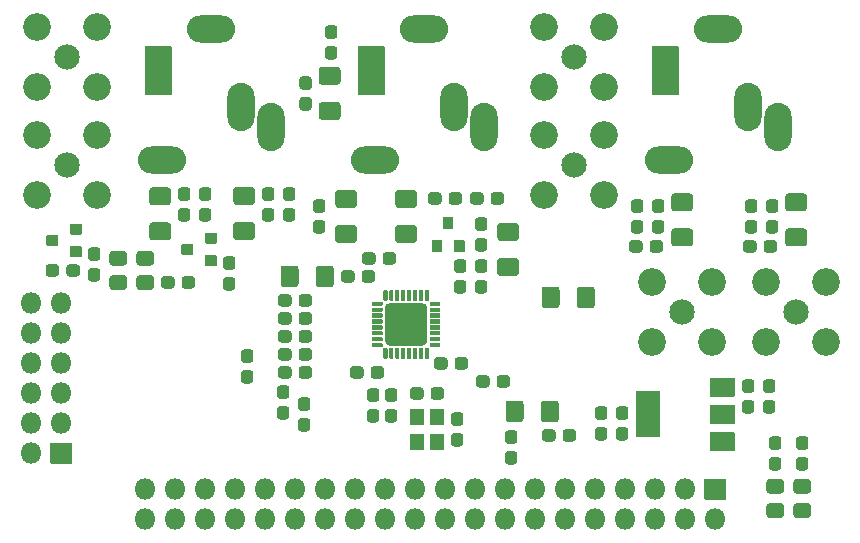
<source format=gts>
G04 #@! TF.GenerationSoftware,KiCad,Pcbnew,(5.1.9)-1*
G04 #@! TF.CreationDate,2021-12-15T22:24:27+01:00*
G04 #@! TF.ProjectId,AudioCodecModule_ADAU1761,41756469-6f43-46f6-9465-634d6f64756c,rev?*
G04 #@! TF.SameCoordinates,Original*
G04 #@! TF.FileFunction,Soldermask,Top*
G04 #@! TF.FilePolarity,Negative*
%FSLAX46Y46*%
G04 Gerber Fmt 4.6, Leading zero omitted, Abs format (unit mm)*
G04 Created by KiCad (PCBNEW (5.1.9)-1) date 2021-12-15 22:24:27*
%MOMM*%
%LPD*%
G01*
G04 APERTURE LIST*
%ADD10C,2.350000*%
%ADD11C,2.150000*%
%ADD12O,4.100000X2.300000*%
%ADD13O,2.300000X4.100000*%
%ADD14O,1.800000X1.800000*%
G04 APERTURE END LIST*
D10*
X196342000Y-82296000D03*
X196342000Y-77216000D03*
X201422000Y-77216000D03*
X201422000Y-82296000D03*
D11*
X198882000Y-79756000D03*
G36*
G01*
X166742500Y-61514000D02*
X167267500Y-61514000D01*
G75*
G02*
X167530000Y-61776500I0J-262500D01*
G01*
X167530000Y-62401500D01*
G75*
G02*
X167267500Y-62664000I-262500J0D01*
G01*
X166742500Y-62664000D01*
G75*
G02*
X166480000Y-62401500I0J262500D01*
G01*
X166480000Y-61776500D01*
G75*
G02*
X166742500Y-61514000I262500J0D01*
G01*
G37*
G36*
G01*
X166742500Y-59764000D02*
X167267500Y-59764000D01*
G75*
G02*
X167530000Y-60026500I0J-262500D01*
G01*
X167530000Y-60651500D01*
G75*
G02*
X167267500Y-60914000I-262500J0D01*
G01*
X166742500Y-60914000D01*
G75*
G02*
X166480000Y-60651500I0J262500D01*
G01*
X166480000Y-60026500D01*
G75*
G02*
X166742500Y-59764000I262500J0D01*
G01*
G37*
G36*
G01*
X169426500Y-56596000D02*
X168901500Y-56596000D01*
G75*
G02*
X168639000Y-56333500I0J262500D01*
G01*
X168639000Y-55708500D01*
G75*
G02*
X168901500Y-55446000I262500J0D01*
G01*
X169426500Y-55446000D01*
G75*
G02*
X169689000Y-55708500I0J-262500D01*
G01*
X169689000Y-56333500D01*
G75*
G02*
X169426500Y-56596000I-262500J0D01*
G01*
G37*
G36*
G01*
X169426500Y-58346000D02*
X168901500Y-58346000D01*
G75*
G02*
X168639000Y-58083500I0J262500D01*
G01*
X168639000Y-57458500D01*
G75*
G02*
X168901500Y-57196000I262500J0D01*
G01*
X169426500Y-57196000D01*
G75*
G02*
X169689000Y-57458500I0J-262500D01*
G01*
X169689000Y-58083500D01*
G75*
G02*
X169426500Y-58346000I-262500J0D01*
G01*
G37*
G36*
G01*
X168379543Y-61939000D02*
X169694457Y-61939000D01*
G75*
G02*
X169962000Y-62206543I0J-267543D01*
G01*
X169962000Y-63196457D01*
G75*
G02*
X169694457Y-63464000I-267543J0D01*
G01*
X168379543Y-63464000D01*
G75*
G02*
X168112000Y-63196457I0J267543D01*
G01*
X168112000Y-62206543D01*
G75*
G02*
X168379543Y-61939000I267543J0D01*
G01*
G37*
G36*
G01*
X168379543Y-58964000D02*
X169694457Y-58964000D01*
G75*
G02*
X169962000Y-59231543I0J-267543D01*
G01*
X169962000Y-60221457D01*
G75*
G02*
X169694457Y-60489000I-267543J0D01*
G01*
X168379543Y-60489000D01*
G75*
G02*
X168112000Y-60221457I0J267543D01*
G01*
X168112000Y-59231543D01*
G75*
G02*
X168379543Y-58964000I267543J0D01*
G01*
G37*
D12*
X177066000Y-55790000D03*
D13*
X182066000Y-64090000D03*
X179566000Y-62390000D03*
D12*
X172866000Y-66890000D03*
G36*
G01*
X171466000Y-57240000D02*
X173666000Y-57240000D01*
G75*
G02*
X173716000Y-57290000I0J-50000D01*
G01*
X173716000Y-61290000D01*
G75*
G02*
X173666000Y-61340000I-50000J0D01*
G01*
X171466000Y-61340000D01*
G75*
G02*
X171416000Y-61290000I0J50000D01*
G01*
X171416000Y-57290000D01*
G75*
G02*
X171466000Y-57240000I50000J0D01*
G01*
G37*
G36*
G01*
X203336000Y-89942000D02*
X203336000Y-91442000D01*
G75*
G02*
X203286000Y-91492000I-50000J0D01*
G01*
X201286000Y-91492000D01*
G75*
G02*
X201236000Y-91442000I0J50000D01*
G01*
X201236000Y-89942000D01*
G75*
G02*
X201286000Y-89892000I50000J0D01*
G01*
X203286000Y-89892000D01*
G75*
G02*
X203336000Y-89942000I0J-50000D01*
G01*
G37*
G36*
G01*
X203336000Y-85342000D02*
X203336000Y-86842000D01*
G75*
G02*
X203286000Y-86892000I-50000J0D01*
G01*
X201286000Y-86892000D01*
G75*
G02*
X201236000Y-86842000I0J50000D01*
G01*
X201236000Y-85342000D01*
G75*
G02*
X201286000Y-85292000I50000J0D01*
G01*
X203286000Y-85292000D01*
G75*
G02*
X203336000Y-85342000I0J-50000D01*
G01*
G37*
G36*
G01*
X203336000Y-87642000D02*
X203336000Y-89142000D01*
G75*
G02*
X203286000Y-89192000I-50000J0D01*
G01*
X201286000Y-89192000D01*
G75*
G02*
X201236000Y-89142000I0J50000D01*
G01*
X201236000Y-87642000D01*
G75*
G02*
X201286000Y-87592000I50000J0D01*
G01*
X203286000Y-87592000D01*
G75*
G02*
X203336000Y-87642000I0J-50000D01*
G01*
G37*
G36*
G01*
X197036000Y-86492000D02*
X197036000Y-90292000D01*
G75*
G02*
X196986000Y-90342000I-50000J0D01*
G01*
X194986000Y-90342000D01*
G75*
G02*
X194936000Y-90292000I0J50000D01*
G01*
X194936000Y-86492000D01*
G75*
G02*
X194986000Y-86442000I50000J0D01*
G01*
X196986000Y-86442000D01*
G75*
G02*
X197036000Y-86492000I0J-50000D01*
G01*
G37*
G36*
G01*
X155910000Y-76953500D02*
X155910000Y-77478500D01*
G75*
G02*
X155647500Y-77741000I-262500J0D01*
G01*
X155022500Y-77741000D01*
G75*
G02*
X154760000Y-77478500I0J262500D01*
G01*
X154760000Y-76953500D01*
G75*
G02*
X155022500Y-76691000I262500J0D01*
G01*
X155647500Y-76691000D01*
G75*
G02*
X155910000Y-76953500I0J-262500D01*
G01*
G37*
G36*
G01*
X157660000Y-76953500D02*
X157660000Y-77478500D01*
G75*
G02*
X157397500Y-77741000I-262500J0D01*
G01*
X156772500Y-77741000D01*
G75*
G02*
X156510000Y-77478500I0J262500D01*
G01*
X156510000Y-76953500D01*
G75*
G02*
X156772500Y-76691000I262500J0D01*
G01*
X157397500Y-76691000D01*
G75*
G02*
X157660000Y-76953500I0J-262500D01*
G01*
G37*
G36*
G01*
X188168000Y-89907500D02*
X188168000Y-90432500D01*
G75*
G02*
X187905500Y-90695000I-262500J0D01*
G01*
X187280500Y-90695000D01*
G75*
G02*
X187018000Y-90432500I0J262500D01*
G01*
X187018000Y-89907500D01*
G75*
G02*
X187280500Y-89645000I262500J0D01*
G01*
X187905500Y-89645000D01*
G75*
G02*
X188168000Y-89907500I0J-262500D01*
G01*
G37*
G36*
G01*
X189918000Y-89907500D02*
X189918000Y-90432500D01*
G75*
G02*
X189655500Y-90695000I-262500J0D01*
G01*
X189030500Y-90695000D01*
G75*
G02*
X188768000Y-90432500I0J262500D01*
G01*
X188768000Y-89907500D01*
G75*
G02*
X189030500Y-89645000I262500J0D01*
G01*
X189655500Y-89645000D01*
G75*
G02*
X189918000Y-89907500I0J-262500D01*
G01*
G37*
G36*
G01*
X160265500Y-76754000D02*
X160790500Y-76754000D01*
G75*
G02*
X161053000Y-77016500I0J-262500D01*
G01*
X161053000Y-77641500D01*
G75*
G02*
X160790500Y-77904000I-262500J0D01*
G01*
X160265500Y-77904000D01*
G75*
G02*
X160003000Y-77641500I0J262500D01*
G01*
X160003000Y-77016500D01*
G75*
G02*
X160265500Y-76754000I262500J0D01*
G01*
G37*
G36*
G01*
X160265500Y-75004000D02*
X160790500Y-75004000D01*
G75*
G02*
X161053000Y-75266500I0J-262500D01*
G01*
X161053000Y-75891500D01*
G75*
G02*
X160790500Y-76154000I-262500J0D01*
G01*
X160265500Y-76154000D01*
G75*
G02*
X160003000Y-75891500I0J262500D01*
G01*
X160003000Y-75266500D01*
G75*
G02*
X160265500Y-75004000I262500J0D01*
G01*
G37*
G36*
G01*
X146745000Y-76462500D02*
X146745000Y-75937500D01*
G75*
G02*
X147007500Y-75675000I262500J0D01*
G01*
X147632500Y-75675000D01*
G75*
G02*
X147895000Y-75937500I0J-262500D01*
G01*
X147895000Y-76462500D01*
G75*
G02*
X147632500Y-76725000I-262500J0D01*
G01*
X147007500Y-76725000D01*
G75*
G02*
X146745000Y-76462500I0J262500D01*
G01*
G37*
G36*
G01*
X144995000Y-76462500D02*
X144995000Y-75937500D01*
G75*
G02*
X145257500Y-75675000I262500J0D01*
G01*
X145882500Y-75675000D01*
G75*
G02*
X146145000Y-75937500I0J-262500D01*
G01*
X146145000Y-76462500D01*
G75*
G02*
X145882500Y-76725000I-262500J0D01*
G01*
X145257500Y-76725000D01*
G75*
G02*
X144995000Y-76462500I0J262500D01*
G01*
G37*
G36*
G01*
X148835500Y-75992000D02*
X149360500Y-75992000D01*
G75*
G02*
X149623000Y-76254500I0J-262500D01*
G01*
X149623000Y-76879500D01*
G75*
G02*
X149360500Y-77142000I-262500J0D01*
G01*
X148835500Y-77142000D01*
G75*
G02*
X148573000Y-76879500I0J262500D01*
G01*
X148573000Y-76254500D01*
G75*
G02*
X148835500Y-75992000I262500J0D01*
G01*
G37*
G36*
G01*
X148835500Y-74242000D02*
X149360500Y-74242000D01*
G75*
G02*
X149623000Y-74504500I0J-262500D01*
G01*
X149623000Y-75129500D01*
G75*
G02*
X149360500Y-75392000I-262500J0D01*
G01*
X148835500Y-75392000D01*
G75*
G02*
X148573000Y-75129500I0J262500D01*
G01*
X148573000Y-74504500D01*
G75*
G02*
X148835500Y-74242000I262500J0D01*
G01*
G37*
G36*
G01*
X208779500Y-91994000D02*
X209304500Y-91994000D01*
G75*
G02*
X209567000Y-92256500I0J-262500D01*
G01*
X209567000Y-92881500D01*
G75*
G02*
X209304500Y-93144000I-262500J0D01*
G01*
X208779500Y-93144000D01*
G75*
G02*
X208517000Y-92881500I0J262500D01*
G01*
X208517000Y-92256500D01*
G75*
G02*
X208779500Y-91994000I262500J0D01*
G01*
G37*
G36*
G01*
X208779500Y-90244000D02*
X209304500Y-90244000D01*
G75*
G02*
X209567000Y-90506500I0J-262500D01*
G01*
X209567000Y-91131500D01*
G75*
G02*
X209304500Y-91394000I-262500J0D01*
G01*
X208779500Y-91394000D01*
G75*
G02*
X208517000Y-91131500I0J262500D01*
G01*
X208517000Y-90506500D01*
G75*
G02*
X208779500Y-90244000I262500J0D01*
G01*
G37*
G36*
G01*
X206493500Y-91994000D02*
X207018500Y-91994000D01*
G75*
G02*
X207281000Y-92256500I0J-262500D01*
G01*
X207281000Y-92881500D01*
G75*
G02*
X207018500Y-93144000I-262500J0D01*
G01*
X206493500Y-93144000D01*
G75*
G02*
X206231000Y-92881500I0J262500D01*
G01*
X206231000Y-92256500D01*
G75*
G02*
X206493500Y-91994000I262500J0D01*
G01*
G37*
G36*
G01*
X206493500Y-90244000D02*
X207018500Y-90244000D01*
G75*
G02*
X207281000Y-90506500I0J-262500D01*
G01*
X207281000Y-91131500D01*
G75*
G02*
X207018500Y-91394000I-262500J0D01*
G01*
X206493500Y-91394000D01*
G75*
G02*
X206231000Y-91131500I0J262500D01*
G01*
X206231000Y-90506500D01*
G75*
G02*
X206493500Y-90244000I262500J0D01*
G01*
G37*
G36*
G01*
X157488000Y-74022000D02*
X157488000Y-74822000D01*
G75*
G02*
X157438000Y-74872000I-50000J0D01*
G01*
X156538000Y-74872000D01*
G75*
G02*
X156488000Y-74822000I0J50000D01*
G01*
X156488000Y-74022000D01*
G75*
G02*
X156538000Y-73972000I50000J0D01*
G01*
X157438000Y-73972000D01*
G75*
G02*
X157488000Y-74022000I0J-50000D01*
G01*
G37*
G36*
G01*
X159488000Y-73072000D02*
X159488000Y-73872000D01*
G75*
G02*
X159438000Y-73922000I-50000J0D01*
G01*
X158538000Y-73922000D01*
G75*
G02*
X158488000Y-73872000I0J50000D01*
G01*
X158488000Y-73072000D01*
G75*
G02*
X158538000Y-73022000I50000J0D01*
G01*
X159438000Y-73022000D01*
G75*
G02*
X159488000Y-73072000I0J-50000D01*
G01*
G37*
G36*
G01*
X159488000Y-74972000D02*
X159488000Y-75772000D01*
G75*
G02*
X159438000Y-75822000I-50000J0D01*
G01*
X158538000Y-75822000D01*
G75*
G02*
X158488000Y-75772000I0J50000D01*
G01*
X158488000Y-74972000D01*
G75*
G02*
X158538000Y-74922000I50000J0D01*
G01*
X159438000Y-74922000D01*
G75*
G02*
X159488000Y-74972000I0J-50000D01*
G01*
G37*
G36*
G01*
X146058000Y-73260000D02*
X146058000Y-74060000D01*
G75*
G02*
X146008000Y-74110000I-50000J0D01*
G01*
X145108000Y-74110000D01*
G75*
G02*
X145058000Y-74060000I0J50000D01*
G01*
X145058000Y-73260000D01*
G75*
G02*
X145108000Y-73210000I50000J0D01*
G01*
X146008000Y-73210000D01*
G75*
G02*
X146058000Y-73260000I0J-50000D01*
G01*
G37*
G36*
G01*
X148058000Y-72310000D02*
X148058000Y-73110000D01*
G75*
G02*
X148008000Y-73160000I-50000J0D01*
G01*
X147108000Y-73160000D01*
G75*
G02*
X147058000Y-73110000I0J50000D01*
G01*
X147058000Y-72310000D01*
G75*
G02*
X147108000Y-72260000I50000J0D01*
G01*
X148008000Y-72260000D01*
G75*
G02*
X148058000Y-72310000I0J-50000D01*
G01*
G37*
G36*
G01*
X148058000Y-74210000D02*
X148058000Y-75010000D01*
G75*
G02*
X148008000Y-75060000I-50000J0D01*
G01*
X147108000Y-75060000D01*
G75*
G02*
X147058000Y-75010000I0J50000D01*
G01*
X147058000Y-74210000D01*
G75*
G02*
X147108000Y-74160000I50000J0D01*
G01*
X148008000Y-74160000D01*
G75*
G02*
X148058000Y-74210000I0J-50000D01*
G01*
G37*
D14*
X143764000Y-78994000D03*
X146304000Y-78994000D03*
X143764000Y-81534000D03*
X146304000Y-81534000D03*
X143764000Y-84074000D03*
X146304000Y-84074000D03*
X143764000Y-86614000D03*
X146304000Y-86614000D03*
X143764000Y-89154000D03*
X146304000Y-89154000D03*
X143764000Y-91694000D03*
G36*
G01*
X147204000Y-90844000D02*
X147204000Y-92544000D01*
G75*
G02*
X147154000Y-92594000I-50000J0D01*
G01*
X145454000Y-92594000D01*
G75*
G02*
X145404000Y-92544000I0J50000D01*
G01*
X145404000Y-90844000D01*
G75*
G02*
X145454000Y-90794000I50000J0D01*
G01*
X147154000Y-90794000D01*
G75*
G02*
X147204000Y-90844000I0J-50000D01*
G01*
G37*
G36*
G01*
X152937738Y-76600000D02*
X153894262Y-76600000D01*
G75*
G02*
X154166000Y-76871738I0J-271738D01*
G01*
X154166000Y-77578262D01*
G75*
G02*
X153894262Y-77850000I-271738J0D01*
G01*
X152937738Y-77850000D01*
G75*
G02*
X152666000Y-77578262I0J271738D01*
G01*
X152666000Y-76871738D01*
G75*
G02*
X152937738Y-76600000I271738J0D01*
G01*
G37*
G36*
G01*
X152937738Y-74550000D02*
X153894262Y-74550000D01*
G75*
G02*
X154166000Y-74821738I0J-271738D01*
G01*
X154166000Y-75528262D01*
G75*
G02*
X153894262Y-75800000I-271738J0D01*
G01*
X152937738Y-75800000D01*
G75*
G02*
X152666000Y-75528262I0J271738D01*
G01*
X152666000Y-74821738D01*
G75*
G02*
X152937738Y-74550000I271738J0D01*
G01*
G37*
G36*
G01*
X150651738Y-76600000D02*
X151608262Y-76600000D01*
G75*
G02*
X151880000Y-76871738I0J-271738D01*
G01*
X151880000Y-77578262D01*
G75*
G02*
X151608262Y-77850000I-271738J0D01*
G01*
X150651738Y-77850000D01*
G75*
G02*
X150380000Y-77578262I0J271738D01*
G01*
X150380000Y-76871738D01*
G75*
G02*
X150651738Y-76600000I271738J0D01*
G01*
G37*
G36*
G01*
X150651738Y-74550000D02*
X151608262Y-74550000D01*
G75*
G02*
X151880000Y-74821738I0J-271738D01*
G01*
X151880000Y-75528262D01*
G75*
G02*
X151608262Y-75800000I-271738J0D01*
G01*
X150651738Y-75800000D01*
G75*
G02*
X150380000Y-75528262I0J271738D01*
G01*
X150380000Y-74821738D01*
G75*
G02*
X150651738Y-74550000I271738J0D01*
G01*
G37*
G36*
G01*
X209520262Y-95104000D02*
X208563738Y-95104000D01*
G75*
G02*
X208292000Y-94832262I0J271738D01*
G01*
X208292000Y-94125738D01*
G75*
G02*
X208563738Y-93854000I271738J0D01*
G01*
X209520262Y-93854000D01*
G75*
G02*
X209792000Y-94125738I0J-271738D01*
G01*
X209792000Y-94832262D01*
G75*
G02*
X209520262Y-95104000I-271738J0D01*
G01*
G37*
G36*
G01*
X209520262Y-97154000D02*
X208563738Y-97154000D01*
G75*
G02*
X208292000Y-96882262I0J271738D01*
G01*
X208292000Y-96175738D01*
G75*
G02*
X208563738Y-95904000I271738J0D01*
G01*
X209520262Y-95904000D01*
G75*
G02*
X209792000Y-96175738I0J-271738D01*
G01*
X209792000Y-96882262D01*
G75*
G02*
X209520262Y-97154000I-271738J0D01*
G01*
G37*
G36*
G01*
X207234262Y-95104000D02*
X206277738Y-95104000D01*
G75*
G02*
X206006000Y-94832262I0J271738D01*
G01*
X206006000Y-94125738D01*
G75*
G02*
X206277738Y-93854000I271738J0D01*
G01*
X207234262Y-93854000D01*
G75*
G02*
X207506000Y-94125738I0J-271738D01*
G01*
X207506000Y-94832262D01*
G75*
G02*
X207234262Y-95104000I-271738J0D01*
G01*
G37*
G36*
G01*
X207234262Y-97154000D02*
X206277738Y-97154000D01*
G75*
G02*
X206006000Y-96882262I0J271738D01*
G01*
X206006000Y-96175738D01*
G75*
G02*
X206277738Y-95904000I271738J0D01*
G01*
X207234262Y-95904000D01*
G75*
G02*
X207506000Y-96175738I0J-271738D01*
G01*
X207506000Y-96882262D01*
G75*
G02*
X207234262Y-97154000I-271738J0D01*
G01*
G37*
G36*
G01*
X191761500Y-89454000D02*
X192286500Y-89454000D01*
G75*
G02*
X192549000Y-89716500I0J-262500D01*
G01*
X192549000Y-90341500D01*
G75*
G02*
X192286500Y-90604000I-262500J0D01*
G01*
X191761500Y-90604000D01*
G75*
G02*
X191499000Y-90341500I0J262500D01*
G01*
X191499000Y-89716500D01*
G75*
G02*
X191761500Y-89454000I262500J0D01*
G01*
G37*
G36*
G01*
X191761500Y-87704000D02*
X192286500Y-87704000D01*
G75*
G02*
X192549000Y-87966500I0J-262500D01*
G01*
X192549000Y-88591500D01*
G75*
G02*
X192286500Y-88854000I-262500J0D01*
G01*
X191761500Y-88854000D01*
G75*
G02*
X191499000Y-88591500I0J262500D01*
G01*
X191499000Y-87966500D01*
G75*
G02*
X191761500Y-87704000I262500J0D01*
G01*
G37*
G36*
G01*
X193539500Y-89454000D02*
X194064500Y-89454000D01*
G75*
G02*
X194327000Y-89716500I0J-262500D01*
G01*
X194327000Y-90341500D01*
G75*
G02*
X194064500Y-90604000I-262500J0D01*
G01*
X193539500Y-90604000D01*
G75*
G02*
X193277000Y-90341500I0J262500D01*
G01*
X193277000Y-89716500D01*
G75*
G02*
X193539500Y-89454000I262500J0D01*
G01*
G37*
G36*
G01*
X193539500Y-87704000D02*
X194064500Y-87704000D01*
G75*
G02*
X194327000Y-87966500I0J-262500D01*
G01*
X194327000Y-88591500D01*
G75*
G02*
X194064500Y-88854000I-262500J0D01*
G01*
X193539500Y-88854000D01*
G75*
G02*
X193277000Y-88591500I0J262500D01*
G01*
X193277000Y-87966500D01*
G75*
G02*
X193539500Y-87704000I262500J0D01*
G01*
G37*
G36*
G01*
X205985500Y-87168000D02*
X206510500Y-87168000D01*
G75*
G02*
X206773000Y-87430500I0J-262500D01*
G01*
X206773000Y-88055500D01*
G75*
G02*
X206510500Y-88318000I-262500J0D01*
G01*
X205985500Y-88318000D01*
G75*
G02*
X205723000Y-88055500I0J262500D01*
G01*
X205723000Y-87430500D01*
G75*
G02*
X205985500Y-87168000I262500J0D01*
G01*
G37*
G36*
G01*
X205985500Y-85418000D02*
X206510500Y-85418000D01*
G75*
G02*
X206773000Y-85680500I0J-262500D01*
G01*
X206773000Y-86305500D01*
G75*
G02*
X206510500Y-86568000I-262500J0D01*
G01*
X205985500Y-86568000D01*
G75*
G02*
X205723000Y-86305500I0J262500D01*
G01*
X205723000Y-85680500D01*
G75*
G02*
X205985500Y-85418000I262500J0D01*
G01*
G37*
G36*
G01*
X204207500Y-87168000D02*
X204732500Y-87168000D01*
G75*
G02*
X204995000Y-87430500I0J-262500D01*
G01*
X204995000Y-88055500D01*
G75*
G02*
X204732500Y-88318000I-262500J0D01*
G01*
X204207500Y-88318000D01*
G75*
G02*
X203945000Y-88055500I0J262500D01*
G01*
X203945000Y-87430500D01*
G75*
G02*
X204207500Y-87168000I262500J0D01*
G01*
G37*
G36*
G01*
X204207500Y-85418000D02*
X204732500Y-85418000D01*
G75*
G02*
X204995000Y-85680500I0J-262500D01*
G01*
X204995000Y-86305500D01*
G75*
G02*
X204732500Y-86568000I-262500J0D01*
G01*
X204207500Y-86568000D01*
G75*
G02*
X203945000Y-86305500I0J262500D01*
G01*
X203945000Y-85680500D01*
G75*
G02*
X204207500Y-85418000I262500J0D01*
G01*
G37*
G36*
G01*
X166615500Y-88692000D02*
X167140500Y-88692000D01*
G75*
G02*
X167403000Y-88954500I0J-262500D01*
G01*
X167403000Y-89579500D01*
G75*
G02*
X167140500Y-89842000I-262500J0D01*
G01*
X166615500Y-89842000D01*
G75*
G02*
X166353000Y-89579500I0J262500D01*
G01*
X166353000Y-88954500D01*
G75*
G02*
X166615500Y-88692000I262500J0D01*
G01*
G37*
G36*
G01*
X166615500Y-86942000D02*
X167140500Y-86942000D01*
G75*
G02*
X167403000Y-87204500I0J-262500D01*
G01*
X167403000Y-87829500D01*
G75*
G02*
X167140500Y-88092000I-262500J0D01*
G01*
X166615500Y-88092000D01*
G75*
G02*
X166353000Y-87829500I0J262500D01*
G01*
X166353000Y-87204500D01*
G75*
G02*
X166615500Y-86942000I262500J0D01*
G01*
G37*
G36*
G01*
X164837500Y-87676000D02*
X165362500Y-87676000D01*
G75*
G02*
X165625000Y-87938500I0J-262500D01*
G01*
X165625000Y-88563500D01*
G75*
G02*
X165362500Y-88826000I-262500J0D01*
G01*
X164837500Y-88826000D01*
G75*
G02*
X164575000Y-88563500I0J262500D01*
G01*
X164575000Y-87938500D01*
G75*
G02*
X164837500Y-87676000I262500J0D01*
G01*
G37*
G36*
G01*
X164837500Y-85926000D02*
X165362500Y-85926000D01*
G75*
G02*
X165625000Y-86188500I0J-262500D01*
G01*
X165625000Y-86813500D01*
G75*
G02*
X165362500Y-87076000I-262500J0D01*
G01*
X164837500Y-87076000D01*
G75*
G02*
X164575000Y-86813500I0J262500D01*
G01*
X164575000Y-86188500D01*
G75*
G02*
X164837500Y-85926000I262500J0D01*
G01*
G37*
G36*
G01*
X177017000Y-91412000D02*
X175917000Y-91412000D01*
G75*
G02*
X175867000Y-91362000I0J50000D01*
G01*
X175867000Y-90062000D01*
G75*
G02*
X175917000Y-90012000I50000J0D01*
G01*
X177017000Y-90012000D01*
G75*
G02*
X177067000Y-90062000I0J-50000D01*
G01*
X177067000Y-91362000D01*
G75*
G02*
X177017000Y-91412000I-50000J0D01*
G01*
G37*
G36*
G01*
X177017000Y-89312000D02*
X175917000Y-89312000D01*
G75*
G02*
X175867000Y-89262000I0J50000D01*
G01*
X175867000Y-87962000D01*
G75*
G02*
X175917000Y-87912000I50000J0D01*
G01*
X177017000Y-87912000D01*
G75*
G02*
X177067000Y-87962000I0J-50000D01*
G01*
X177067000Y-89262000D01*
G75*
G02*
X177017000Y-89312000I-50000J0D01*
G01*
G37*
G36*
G01*
X178667000Y-89312000D02*
X177567000Y-89312000D01*
G75*
G02*
X177517000Y-89262000I0J50000D01*
G01*
X177517000Y-87962000D01*
G75*
G02*
X177567000Y-87912000I50000J0D01*
G01*
X178667000Y-87912000D01*
G75*
G02*
X178717000Y-87962000I0J-50000D01*
G01*
X178717000Y-89262000D01*
G75*
G02*
X178667000Y-89312000I-50000J0D01*
G01*
G37*
G36*
G01*
X178667000Y-91412000D02*
X177567000Y-91412000D01*
G75*
G02*
X177517000Y-91362000I0J50000D01*
G01*
X177517000Y-90062000D01*
G75*
G02*
X177567000Y-90012000I50000J0D01*
G01*
X178667000Y-90012000D01*
G75*
G02*
X178717000Y-90062000I0J-50000D01*
G01*
X178717000Y-91362000D01*
G75*
G02*
X178667000Y-91412000I-50000J0D01*
G01*
G37*
G36*
G01*
X179569500Y-89962000D02*
X180094500Y-89962000D01*
G75*
G02*
X180357000Y-90224500I0J-262500D01*
G01*
X180357000Y-90849500D01*
G75*
G02*
X180094500Y-91112000I-262500J0D01*
G01*
X179569500Y-91112000D01*
G75*
G02*
X179307000Y-90849500I0J262500D01*
G01*
X179307000Y-90224500D01*
G75*
G02*
X179569500Y-89962000I262500J0D01*
G01*
G37*
G36*
G01*
X179569500Y-88212000D02*
X180094500Y-88212000D01*
G75*
G02*
X180357000Y-88474500I0J-262500D01*
G01*
X180357000Y-89099500D01*
G75*
G02*
X180094500Y-89362000I-262500J0D01*
G01*
X179569500Y-89362000D01*
G75*
G02*
X179307000Y-89099500I0J262500D01*
G01*
X179307000Y-88474500D01*
G75*
G02*
X179569500Y-88212000I262500J0D01*
G01*
G37*
G36*
G01*
X161789500Y-84628000D02*
X162314500Y-84628000D01*
G75*
G02*
X162577000Y-84890500I0J-262500D01*
G01*
X162577000Y-85515500D01*
G75*
G02*
X162314500Y-85778000I-262500J0D01*
G01*
X161789500Y-85778000D01*
G75*
G02*
X161527000Y-85515500I0J262500D01*
G01*
X161527000Y-84890500D01*
G75*
G02*
X161789500Y-84628000I262500J0D01*
G01*
G37*
G36*
G01*
X161789500Y-82878000D02*
X162314500Y-82878000D01*
G75*
G02*
X162577000Y-83140500I0J-262500D01*
G01*
X162577000Y-83765500D01*
G75*
G02*
X162314500Y-84028000I-262500J0D01*
G01*
X161789500Y-84028000D01*
G75*
G02*
X161527000Y-83765500I0J262500D01*
G01*
X161527000Y-83140500D01*
G75*
G02*
X161789500Y-82878000I262500J0D01*
G01*
G37*
G36*
G01*
X171750000Y-76970500D02*
X171750000Y-76445500D01*
G75*
G02*
X172012500Y-76183000I262500J0D01*
G01*
X172637500Y-76183000D01*
G75*
G02*
X172900000Y-76445500I0J-262500D01*
G01*
X172900000Y-76970500D01*
G75*
G02*
X172637500Y-77233000I-262500J0D01*
G01*
X172012500Y-77233000D01*
G75*
G02*
X171750000Y-76970500I0J262500D01*
G01*
G37*
G36*
G01*
X170000000Y-76970500D02*
X170000000Y-76445500D01*
G75*
G02*
X170262500Y-76183000I262500J0D01*
G01*
X170887500Y-76183000D01*
G75*
G02*
X171150000Y-76445500I0J-262500D01*
G01*
X171150000Y-76970500D01*
G75*
G02*
X170887500Y-77233000I-262500J0D01*
G01*
X170262500Y-77233000D01*
G75*
G02*
X170000000Y-76970500I0J262500D01*
G01*
G37*
G36*
G01*
X172512000Y-85098500D02*
X172512000Y-84573500D01*
G75*
G02*
X172774500Y-84311000I262500J0D01*
G01*
X173399500Y-84311000D01*
G75*
G02*
X173662000Y-84573500I0J-262500D01*
G01*
X173662000Y-85098500D01*
G75*
G02*
X173399500Y-85361000I-262500J0D01*
G01*
X172774500Y-85361000D01*
G75*
G02*
X172512000Y-85098500I0J262500D01*
G01*
G37*
G36*
G01*
X170762000Y-85098500D02*
X170762000Y-84573500D01*
G75*
G02*
X171024500Y-84311000I262500J0D01*
G01*
X171649500Y-84311000D01*
G75*
G02*
X171912000Y-84573500I0J-262500D01*
G01*
X171912000Y-85098500D01*
G75*
G02*
X171649500Y-85361000I-262500J0D01*
G01*
X171024500Y-85361000D01*
G75*
G02*
X170762000Y-85098500I0J262500D01*
G01*
G37*
G36*
G01*
X166407000Y-76050543D02*
X166407000Y-77365457D01*
G75*
G02*
X166139457Y-77633000I-267543J0D01*
G01*
X165149543Y-77633000D01*
G75*
G02*
X164882000Y-77365457I0J267543D01*
G01*
X164882000Y-76050543D01*
G75*
G02*
X165149543Y-75783000I267543J0D01*
G01*
X166139457Y-75783000D01*
G75*
G02*
X166407000Y-76050543I0J-267543D01*
G01*
G37*
G36*
G01*
X169382000Y-76050543D02*
X169382000Y-77365457D01*
G75*
G02*
X169114457Y-77633000I-267543J0D01*
G01*
X168124543Y-77633000D01*
G75*
G02*
X167857000Y-77365457I0J267543D01*
G01*
X167857000Y-76050543D01*
G75*
G02*
X168124543Y-75783000I267543J0D01*
G01*
X169114457Y-75783000D01*
G75*
G02*
X169382000Y-76050543I0J-267543D01*
G01*
G37*
G36*
G01*
X186907000Y-88795457D02*
X186907000Y-87480543D01*
G75*
G02*
X187174543Y-87213000I267543J0D01*
G01*
X188164457Y-87213000D01*
G75*
G02*
X188432000Y-87480543I0J-267543D01*
G01*
X188432000Y-88795457D01*
G75*
G02*
X188164457Y-89063000I-267543J0D01*
G01*
X187174543Y-89063000D01*
G75*
G02*
X186907000Y-88795457I0J267543D01*
G01*
G37*
G36*
G01*
X183932000Y-88795457D02*
X183932000Y-87480543D01*
G75*
G02*
X184199543Y-87213000I267543J0D01*
G01*
X185189457Y-87213000D01*
G75*
G02*
X185457000Y-87480543I0J-267543D01*
G01*
X185457000Y-88795457D01*
G75*
G02*
X185189457Y-89063000I-267543J0D01*
G01*
X184199543Y-89063000D01*
G75*
G02*
X183932000Y-88795457I0J267543D01*
G01*
G37*
G36*
G01*
X182072000Y-69841500D02*
X182072000Y-70366500D01*
G75*
G02*
X181809500Y-70629000I-262500J0D01*
G01*
X181184500Y-70629000D01*
G75*
G02*
X180922000Y-70366500I0J262500D01*
G01*
X180922000Y-69841500D01*
G75*
G02*
X181184500Y-69579000I262500J0D01*
G01*
X181809500Y-69579000D01*
G75*
G02*
X182072000Y-69841500I0J-262500D01*
G01*
G37*
G36*
G01*
X183822000Y-69841500D02*
X183822000Y-70366500D01*
G75*
G02*
X183559500Y-70629000I-262500J0D01*
G01*
X182934500Y-70629000D01*
G75*
G02*
X182672000Y-70366500I0J262500D01*
G01*
X182672000Y-69841500D01*
G75*
G02*
X182934500Y-69579000I262500J0D01*
G01*
X183559500Y-69579000D01*
G75*
G02*
X183822000Y-69841500I0J-262500D01*
G01*
G37*
G36*
G01*
X179116000Y-70366500D02*
X179116000Y-69841500D01*
G75*
G02*
X179378500Y-69579000I262500J0D01*
G01*
X180003500Y-69579000D01*
G75*
G02*
X180266000Y-69841500I0J-262500D01*
G01*
X180266000Y-70366500D01*
G75*
G02*
X180003500Y-70629000I-262500J0D01*
G01*
X179378500Y-70629000D01*
G75*
G02*
X179116000Y-70366500I0J262500D01*
G01*
G37*
G36*
G01*
X177366000Y-70366500D02*
X177366000Y-69841500D01*
G75*
G02*
X177628500Y-69579000I262500J0D01*
G01*
X178253500Y-69579000D01*
G75*
G02*
X178516000Y-69841500I0J-262500D01*
G01*
X178516000Y-70366500D01*
G75*
G02*
X178253500Y-70629000I-262500J0D01*
G01*
X177628500Y-70629000D01*
G75*
G02*
X177366000Y-70366500I0J262500D01*
G01*
G37*
G36*
G01*
X183492543Y-75147000D02*
X184807457Y-75147000D01*
G75*
G02*
X185075000Y-75414543I0J-267543D01*
G01*
X185075000Y-76404457D01*
G75*
G02*
X184807457Y-76672000I-267543J0D01*
G01*
X183492543Y-76672000D01*
G75*
G02*
X183225000Y-76404457I0J267543D01*
G01*
X183225000Y-75414543D01*
G75*
G02*
X183492543Y-75147000I267543J0D01*
G01*
G37*
G36*
G01*
X183492543Y-72172000D02*
X184807457Y-72172000D01*
G75*
G02*
X185075000Y-72439543I0J-267543D01*
G01*
X185075000Y-73429457D01*
G75*
G02*
X184807457Y-73697000I-267543J0D01*
G01*
X183492543Y-73697000D01*
G75*
G02*
X183225000Y-73429457I0J267543D01*
G01*
X183225000Y-72439543D01*
G75*
G02*
X183492543Y-72172000I267543J0D01*
G01*
G37*
G36*
G01*
X179024000Y-83811500D02*
X179024000Y-84336500D01*
G75*
G02*
X178761500Y-84599000I-262500J0D01*
G01*
X178136500Y-84599000D01*
G75*
G02*
X177874000Y-84336500I0J262500D01*
G01*
X177874000Y-83811500D01*
G75*
G02*
X178136500Y-83549000I262500J0D01*
G01*
X178761500Y-83549000D01*
G75*
G02*
X179024000Y-83811500I0J-262500D01*
G01*
G37*
G36*
G01*
X180774000Y-83811500D02*
X180774000Y-84336500D01*
G75*
G02*
X180511500Y-84599000I-262500J0D01*
G01*
X179886500Y-84599000D01*
G75*
G02*
X179624000Y-84336500I0J262500D01*
G01*
X179624000Y-83811500D01*
G75*
G02*
X179886500Y-83549000I262500J0D01*
G01*
X180511500Y-83549000D01*
G75*
G02*
X180774000Y-83811500I0J-262500D01*
G01*
G37*
G36*
G01*
X171778000Y-75446500D02*
X171778000Y-74921500D01*
G75*
G02*
X172040500Y-74659000I262500J0D01*
G01*
X172665500Y-74659000D01*
G75*
G02*
X172928000Y-74921500I0J-262500D01*
G01*
X172928000Y-75446500D01*
G75*
G02*
X172665500Y-75709000I-262500J0D01*
G01*
X172040500Y-75709000D01*
G75*
G02*
X171778000Y-75446500I0J262500D01*
G01*
G37*
G36*
G01*
X173528000Y-75446500D02*
X173528000Y-74921500D01*
G75*
G02*
X173790500Y-74659000I262500J0D01*
G01*
X174415500Y-74659000D01*
G75*
G02*
X174678000Y-74921500I0J-262500D01*
G01*
X174678000Y-75446500D01*
G75*
G02*
X174415500Y-75709000I-262500J0D01*
G01*
X173790500Y-75709000D01*
G75*
G02*
X173528000Y-75446500I0J262500D01*
G01*
G37*
G36*
G01*
X189955000Y-79143457D02*
X189955000Y-77828543D01*
G75*
G02*
X190222543Y-77561000I267543J0D01*
G01*
X191212457Y-77561000D01*
G75*
G02*
X191480000Y-77828543I0J-267543D01*
G01*
X191480000Y-79143457D01*
G75*
G02*
X191212457Y-79411000I-267543J0D01*
G01*
X190222543Y-79411000D01*
G75*
G02*
X189955000Y-79143457I0J267543D01*
G01*
G37*
G36*
G01*
X186980000Y-79143457D02*
X186980000Y-77828543D01*
G75*
G02*
X187247543Y-77561000I267543J0D01*
G01*
X188237457Y-77561000D01*
G75*
G02*
X188505000Y-77828543I0J-267543D01*
G01*
X188505000Y-79143457D01*
G75*
G02*
X188237457Y-79411000I-267543J0D01*
G01*
X187247543Y-79411000D01*
G75*
G02*
X186980000Y-79143457I0J267543D01*
G01*
G37*
G36*
G01*
X161140543Y-72099000D02*
X162455457Y-72099000D01*
G75*
G02*
X162723000Y-72366543I0J-267543D01*
G01*
X162723000Y-73356457D01*
G75*
G02*
X162455457Y-73624000I-267543J0D01*
G01*
X161140543Y-73624000D01*
G75*
G02*
X160873000Y-73356457I0J267543D01*
G01*
X160873000Y-72366543D01*
G75*
G02*
X161140543Y-72099000I267543J0D01*
G01*
G37*
G36*
G01*
X161140543Y-69124000D02*
X162455457Y-69124000D01*
G75*
G02*
X162723000Y-69391543I0J-267543D01*
G01*
X162723000Y-70381457D01*
G75*
G02*
X162455457Y-70649000I-267543J0D01*
G01*
X161140543Y-70649000D01*
G75*
G02*
X160873000Y-70381457I0J267543D01*
G01*
X160873000Y-69391543D01*
G75*
G02*
X161140543Y-69124000I267543J0D01*
G01*
G37*
G36*
G01*
X198224543Y-72643500D02*
X199539457Y-72643500D01*
G75*
G02*
X199807000Y-72911043I0J-267543D01*
G01*
X199807000Y-73900957D01*
G75*
G02*
X199539457Y-74168500I-267543J0D01*
G01*
X198224543Y-74168500D01*
G75*
G02*
X197957000Y-73900957I0J267543D01*
G01*
X197957000Y-72911043D01*
G75*
G02*
X198224543Y-72643500I267543J0D01*
G01*
G37*
G36*
G01*
X198224543Y-69668500D02*
X199539457Y-69668500D01*
G75*
G02*
X199807000Y-69936043I0J-267543D01*
G01*
X199807000Y-70925957D01*
G75*
G02*
X199539457Y-71193500I-267543J0D01*
G01*
X198224543Y-71193500D01*
G75*
G02*
X197957000Y-70925957I0J267543D01*
G01*
X197957000Y-69936043D01*
G75*
G02*
X198224543Y-69668500I267543J0D01*
G01*
G37*
G36*
G01*
X195334500Y-71328000D02*
X194809500Y-71328000D01*
G75*
G02*
X194547000Y-71065500I0J262500D01*
G01*
X194547000Y-70440500D01*
G75*
G02*
X194809500Y-70178000I262500J0D01*
G01*
X195334500Y-70178000D01*
G75*
G02*
X195597000Y-70440500I0J-262500D01*
G01*
X195597000Y-71065500D01*
G75*
G02*
X195334500Y-71328000I-262500J0D01*
G01*
G37*
G36*
G01*
X195334500Y-73078000D02*
X194809500Y-73078000D01*
G75*
G02*
X194547000Y-72815500I0J262500D01*
G01*
X194547000Y-72190500D01*
G75*
G02*
X194809500Y-71928000I262500J0D01*
G01*
X195334500Y-71928000D01*
G75*
G02*
X195597000Y-72190500I0J-262500D01*
G01*
X195597000Y-72815500D01*
G75*
G02*
X195334500Y-73078000I-262500J0D01*
G01*
G37*
G36*
G01*
X154028543Y-72135500D02*
X155343457Y-72135500D01*
G75*
G02*
X155611000Y-72403043I0J-267543D01*
G01*
X155611000Y-73392957D01*
G75*
G02*
X155343457Y-73660500I-267543J0D01*
G01*
X154028543Y-73660500D01*
G75*
G02*
X153761000Y-73392957I0J267543D01*
G01*
X153761000Y-72403043D01*
G75*
G02*
X154028543Y-72135500I267543J0D01*
G01*
G37*
G36*
G01*
X154028543Y-69160500D02*
X155343457Y-69160500D01*
G75*
G02*
X155611000Y-69428043I0J-267543D01*
G01*
X155611000Y-70417957D01*
G75*
G02*
X155343457Y-70685500I-267543J0D01*
G01*
X154028543Y-70685500D01*
G75*
G02*
X153761000Y-70417957I0J267543D01*
G01*
X153761000Y-69428043D01*
G75*
G02*
X154028543Y-69160500I267543J0D01*
G01*
G37*
G36*
G01*
X169776543Y-72353000D02*
X171091457Y-72353000D01*
G75*
G02*
X171359000Y-72620543I0J-267543D01*
G01*
X171359000Y-73610457D01*
G75*
G02*
X171091457Y-73878000I-267543J0D01*
G01*
X169776543Y-73878000D01*
G75*
G02*
X169509000Y-73610457I0J267543D01*
G01*
X169509000Y-72620543D01*
G75*
G02*
X169776543Y-72353000I267543J0D01*
G01*
G37*
G36*
G01*
X169776543Y-69378000D02*
X171091457Y-69378000D01*
G75*
G02*
X171359000Y-69645543I0J-267543D01*
G01*
X171359000Y-70635457D01*
G75*
G02*
X171091457Y-70903000I-267543J0D01*
G01*
X169776543Y-70903000D01*
G75*
G02*
X169509000Y-70635457I0J267543D01*
G01*
X169509000Y-69645543D01*
G75*
G02*
X169776543Y-69378000I267543J0D01*
G01*
G37*
G36*
G01*
X207876543Y-72643500D02*
X209191457Y-72643500D01*
G75*
G02*
X209459000Y-72911043I0J-267543D01*
G01*
X209459000Y-73900957D01*
G75*
G02*
X209191457Y-74168500I-267543J0D01*
G01*
X207876543Y-74168500D01*
G75*
G02*
X207609000Y-73900957I0J267543D01*
G01*
X207609000Y-72911043D01*
G75*
G02*
X207876543Y-72643500I267543J0D01*
G01*
G37*
G36*
G01*
X207876543Y-69668500D02*
X209191457Y-69668500D01*
G75*
G02*
X209459000Y-69936043I0J-267543D01*
G01*
X209459000Y-70925957D01*
G75*
G02*
X209191457Y-71193500I-267543J0D01*
G01*
X207876543Y-71193500D01*
G75*
G02*
X207609000Y-70925957I0J267543D01*
G01*
X207609000Y-69936043D01*
G75*
G02*
X207876543Y-69668500I267543J0D01*
G01*
G37*
G36*
G01*
X204986500Y-71328000D02*
X204461500Y-71328000D01*
G75*
G02*
X204199000Y-71065500I0J262500D01*
G01*
X204199000Y-70440500D01*
G75*
G02*
X204461500Y-70178000I262500J0D01*
G01*
X204986500Y-70178000D01*
G75*
G02*
X205249000Y-70440500I0J-262500D01*
G01*
X205249000Y-71065500D01*
G75*
G02*
X204986500Y-71328000I-262500J0D01*
G01*
G37*
G36*
G01*
X204986500Y-73078000D02*
X204461500Y-73078000D01*
G75*
G02*
X204199000Y-72815500I0J262500D01*
G01*
X204199000Y-72190500D01*
G75*
G02*
X204461500Y-71928000I262500J0D01*
G01*
X204986500Y-71928000D01*
G75*
G02*
X205249000Y-72190500I0J-262500D01*
G01*
X205249000Y-72815500D01*
G75*
G02*
X204986500Y-73078000I-262500J0D01*
G01*
G37*
G36*
G01*
X184141500Y-91486000D02*
X184666500Y-91486000D01*
G75*
G02*
X184929000Y-91748500I0J-262500D01*
G01*
X184929000Y-92373500D01*
G75*
G02*
X184666500Y-92636000I-262500J0D01*
G01*
X184141500Y-92636000D01*
G75*
G02*
X183879000Y-92373500I0J262500D01*
G01*
X183879000Y-91748500D01*
G75*
G02*
X184141500Y-91486000I262500J0D01*
G01*
G37*
G36*
G01*
X184141500Y-89736000D02*
X184666500Y-89736000D01*
G75*
G02*
X184929000Y-89998500I0J-262500D01*
G01*
X184929000Y-90623500D01*
G75*
G02*
X184666500Y-90886000I-262500J0D01*
G01*
X184141500Y-90886000D01*
G75*
G02*
X183879000Y-90623500I0J262500D01*
G01*
X183879000Y-89998500D01*
G75*
G02*
X184141500Y-89736000I262500J0D01*
G01*
G37*
D10*
X205994000Y-82296000D03*
X205994000Y-77216000D03*
X211074000Y-77216000D03*
X211074000Y-82296000D03*
D11*
X208534000Y-79756000D03*
D10*
X144272000Y-60706000D03*
X144272000Y-55626000D03*
X149352000Y-55626000D03*
X149352000Y-60706000D03*
D11*
X146812000Y-58166000D03*
D10*
X144272000Y-69850000D03*
X144272000Y-64770000D03*
X149352000Y-64770000D03*
X149352000Y-69850000D03*
D11*
X146812000Y-67310000D03*
D10*
X187198000Y-69850000D03*
X187198000Y-64770000D03*
X192278000Y-64770000D03*
X192278000Y-69850000D03*
D11*
X189738000Y-67310000D03*
D10*
X187198000Y-60706000D03*
X187198000Y-55626000D03*
X192278000Y-55626000D03*
X192278000Y-60706000D03*
D11*
X189738000Y-58166000D03*
D12*
X159032000Y-55790000D03*
D13*
X164032000Y-64090000D03*
X161532000Y-62390000D03*
D12*
X154832000Y-66890000D03*
G36*
G01*
X153432000Y-57240000D02*
X155632000Y-57240000D01*
G75*
G02*
X155682000Y-57290000I0J-50000D01*
G01*
X155682000Y-61290000D01*
G75*
G02*
X155632000Y-61340000I-50000J0D01*
G01*
X153432000Y-61340000D01*
G75*
G02*
X153382000Y-61290000I0J50000D01*
G01*
X153382000Y-57290000D01*
G75*
G02*
X153432000Y-57240000I50000J0D01*
G01*
G37*
X201958000Y-55790000D03*
D13*
X206958000Y-64090000D03*
X204458000Y-62390000D03*
D12*
X197758000Y-66890000D03*
G36*
G01*
X196358000Y-57240000D02*
X198558000Y-57240000D01*
G75*
G02*
X198608000Y-57290000I0J-50000D01*
G01*
X198608000Y-61290000D01*
G75*
G02*
X198558000Y-61340000I-50000J0D01*
G01*
X196358000Y-61340000D01*
G75*
G02*
X196308000Y-61290000I0J50000D01*
G01*
X196308000Y-57290000D01*
G75*
G02*
X196358000Y-57240000I50000J0D01*
G01*
G37*
G36*
G01*
X176171457Y-70903000D02*
X174856543Y-70903000D01*
G75*
G02*
X174589000Y-70635457I0J267543D01*
G01*
X174589000Y-69645543D01*
G75*
G02*
X174856543Y-69378000I267543J0D01*
G01*
X176171457Y-69378000D01*
G75*
G02*
X176439000Y-69645543I0J-267543D01*
G01*
X176439000Y-70635457D01*
G75*
G02*
X176171457Y-70903000I-267543J0D01*
G01*
G37*
G36*
G01*
X176171457Y-73878000D02*
X174856543Y-73878000D01*
G75*
G02*
X174589000Y-73610457I0J267543D01*
G01*
X174589000Y-72620543D01*
G75*
G02*
X174856543Y-72353000I267543J0D01*
G01*
X176171457Y-72353000D01*
G75*
G02*
X176439000Y-72620543I0J-267543D01*
G01*
X176439000Y-73610457D01*
G75*
G02*
X176171457Y-73878000I-267543J0D01*
G01*
G37*
G36*
G01*
X179470000Y-72652000D02*
X178670000Y-72652000D01*
G75*
G02*
X178620000Y-72602000I0J50000D01*
G01*
X178620000Y-71702000D01*
G75*
G02*
X178670000Y-71652000I50000J0D01*
G01*
X179470000Y-71652000D01*
G75*
G02*
X179520000Y-71702000I0J-50000D01*
G01*
X179520000Y-72602000D01*
G75*
G02*
X179470000Y-72652000I-50000J0D01*
G01*
G37*
G36*
G01*
X180420000Y-74652000D02*
X179620000Y-74652000D01*
G75*
G02*
X179570000Y-74602000I0J50000D01*
G01*
X179570000Y-73702000D01*
G75*
G02*
X179620000Y-73652000I50000J0D01*
G01*
X180420000Y-73652000D01*
G75*
G02*
X180470000Y-73702000I0J-50000D01*
G01*
X180470000Y-74602000D01*
G75*
G02*
X180420000Y-74652000I-50000J0D01*
G01*
G37*
G36*
G01*
X178520000Y-74652000D02*
X177720000Y-74652000D01*
G75*
G02*
X177670000Y-74602000I0J50000D01*
G01*
X177670000Y-73702000D01*
G75*
G02*
X177720000Y-73652000I50000J0D01*
G01*
X178520000Y-73652000D01*
G75*
G02*
X178570000Y-73702000I0J-50000D01*
G01*
X178570000Y-74602000D01*
G75*
G02*
X178520000Y-74652000I-50000J0D01*
G01*
G37*
G36*
G01*
X165816000Y-84573500D02*
X165816000Y-85098500D01*
G75*
G02*
X165553500Y-85361000I-262500J0D01*
G01*
X164928500Y-85361000D01*
G75*
G02*
X164666000Y-85098500I0J262500D01*
G01*
X164666000Y-84573500D01*
G75*
G02*
X164928500Y-84311000I262500J0D01*
G01*
X165553500Y-84311000D01*
G75*
G02*
X165816000Y-84573500I0J-262500D01*
G01*
G37*
G36*
G01*
X167566000Y-84573500D02*
X167566000Y-85098500D01*
G75*
G02*
X167303500Y-85361000I-262500J0D01*
G01*
X166678500Y-85361000D01*
G75*
G02*
X166416000Y-85098500I0J262500D01*
G01*
X166416000Y-84573500D01*
G75*
G02*
X166678500Y-84311000I262500J0D01*
G01*
X167303500Y-84311000D01*
G75*
G02*
X167566000Y-84573500I0J-262500D01*
G01*
G37*
G36*
G01*
X177592000Y-86876500D02*
X177592000Y-86351500D01*
G75*
G02*
X177854500Y-86089000I262500J0D01*
G01*
X178479500Y-86089000D01*
G75*
G02*
X178742000Y-86351500I0J-262500D01*
G01*
X178742000Y-86876500D01*
G75*
G02*
X178479500Y-87139000I-262500J0D01*
G01*
X177854500Y-87139000D01*
G75*
G02*
X177592000Y-86876500I0J262500D01*
G01*
G37*
G36*
G01*
X175842000Y-86876500D02*
X175842000Y-86351500D01*
G75*
G02*
X176104500Y-86089000I262500J0D01*
G01*
X176729500Y-86089000D01*
G75*
G02*
X176992000Y-86351500I0J-262500D01*
G01*
X176992000Y-86876500D01*
G75*
G02*
X176729500Y-87139000I-262500J0D01*
G01*
X176104500Y-87139000D01*
G75*
G02*
X175842000Y-86876500I0J262500D01*
G01*
G37*
G36*
G01*
X172457500Y-87930000D02*
X172982500Y-87930000D01*
G75*
G02*
X173245000Y-88192500I0J-262500D01*
G01*
X173245000Y-88817500D01*
G75*
G02*
X172982500Y-89080000I-262500J0D01*
G01*
X172457500Y-89080000D01*
G75*
G02*
X172195000Y-88817500I0J262500D01*
G01*
X172195000Y-88192500D01*
G75*
G02*
X172457500Y-87930000I262500J0D01*
G01*
G37*
G36*
G01*
X172457500Y-86180000D02*
X172982500Y-86180000D01*
G75*
G02*
X173245000Y-86442500I0J-262500D01*
G01*
X173245000Y-87067500D01*
G75*
G02*
X172982500Y-87330000I-262500J0D01*
G01*
X172457500Y-87330000D01*
G75*
G02*
X172195000Y-87067500I0J262500D01*
G01*
X172195000Y-86442500D01*
G75*
G02*
X172457500Y-86180000I262500J0D01*
G01*
G37*
G36*
G01*
X173981500Y-87930000D02*
X174506500Y-87930000D01*
G75*
G02*
X174769000Y-88192500I0J-262500D01*
G01*
X174769000Y-88817500D01*
G75*
G02*
X174506500Y-89080000I-262500J0D01*
G01*
X173981500Y-89080000D01*
G75*
G02*
X173719000Y-88817500I0J262500D01*
G01*
X173719000Y-88192500D01*
G75*
G02*
X173981500Y-87930000I262500J0D01*
G01*
G37*
G36*
G01*
X173981500Y-86180000D02*
X174506500Y-86180000D01*
G75*
G02*
X174769000Y-86442500I0J-262500D01*
G01*
X174769000Y-87067500D01*
G75*
G02*
X174506500Y-87330000I-262500J0D01*
G01*
X173981500Y-87330000D01*
G75*
G02*
X173719000Y-87067500I0J262500D01*
G01*
X173719000Y-86442500D01*
G75*
G02*
X173981500Y-86180000I262500J0D01*
G01*
G37*
G36*
G01*
X165816000Y-78477500D02*
X165816000Y-79002500D01*
G75*
G02*
X165553500Y-79265000I-262500J0D01*
G01*
X164928500Y-79265000D01*
G75*
G02*
X164666000Y-79002500I0J262500D01*
G01*
X164666000Y-78477500D01*
G75*
G02*
X164928500Y-78215000I262500J0D01*
G01*
X165553500Y-78215000D01*
G75*
G02*
X165816000Y-78477500I0J-262500D01*
G01*
G37*
G36*
G01*
X167566000Y-78477500D02*
X167566000Y-79002500D01*
G75*
G02*
X167303500Y-79265000I-262500J0D01*
G01*
X166678500Y-79265000D01*
G75*
G02*
X166416000Y-79002500I0J262500D01*
G01*
X166416000Y-78477500D01*
G75*
G02*
X166678500Y-78215000I262500J0D01*
G01*
X167303500Y-78215000D01*
G75*
G02*
X167566000Y-78477500I0J-262500D01*
G01*
G37*
G36*
G01*
X165816000Y-80001500D02*
X165816000Y-80526500D01*
G75*
G02*
X165553500Y-80789000I-262500J0D01*
G01*
X164928500Y-80789000D01*
G75*
G02*
X164666000Y-80526500I0J262500D01*
G01*
X164666000Y-80001500D01*
G75*
G02*
X164928500Y-79739000I262500J0D01*
G01*
X165553500Y-79739000D01*
G75*
G02*
X165816000Y-80001500I0J-262500D01*
G01*
G37*
G36*
G01*
X167566000Y-80001500D02*
X167566000Y-80526500D01*
G75*
G02*
X167303500Y-80789000I-262500J0D01*
G01*
X166678500Y-80789000D01*
G75*
G02*
X166416000Y-80526500I0J262500D01*
G01*
X166416000Y-80001500D01*
G75*
G02*
X166678500Y-79739000I262500J0D01*
G01*
X167303500Y-79739000D01*
G75*
G02*
X167566000Y-80001500I0J-262500D01*
G01*
G37*
G36*
G01*
X165816000Y-81525500D02*
X165816000Y-82050500D01*
G75*
G02*
X165553500Y-82313000I-262500J0D01*
G01*
X164928500Y-82313000D01*
G75*
G02*
X164666000Y-82050500I0J262500D01*
G01*
X164666000Y-81525500D01*
G75*
G02*
X164928500Y-81263000I262500J0D01*
G01*
X165553500Y-81263000D01*
G75*
G02*
X165816000Y-81525500I0J-262500D01*
G01*
G37*
G36*
G01*
X167566000Y-81525500D02*
X167566000Y-82050500D01*
G75*
G02*
X167303500Y-82313000I-262500J0D01*
G01*
X166678500Y-82313000D01*
G75*
G02*
X166416000Y-82050500I0J262500D01*
G01*
X166416000Y-81525500D01*
G75*
G02*
X166678500Y-81263000I262500J0D01*
G01*
X167303500Y-81263000D01*
G75*
G02*
X167566000Y-81525500I0J-262500D01*
G01*
G37*
G36*
G01*
X165816000Y-83049500D02*
X165816000Y-83574500D01*
G75*
G02*
X165553500Y-83837000I-262500J0D01*
G01*
X164928500Y-83837000D01*
G75*
G02*
X164666000Y-83574500I0J262500D01*
G01*
X164666000Y-83049500D01*
G75*
G02*
X164928500Y-82787000I262500J0D01*
G01*
X165553500Y-82787000D01*
G75*
G02*
X165816000Y-83049500I0J-262500D01*
G01*
G37*
G36*
G01*
X167566000Y-83049500D02*
X167566000Y-83574500D01*
G75*
G02*
X167303500Y-83837000I-262500J0D01*
G01*
X166678500Y-83837000D01*
G75*
G02*
X166416000Y-83574500I0J262500D01*
G01*
X166416000Y-83049500D01*
G75*
G02*
X166678500Y-82787000I262500J0D01*
G01*
X167303500Y-82787000D01*
G75*
G02*
X167566000Y-83049500I0J-262500D01*
G01*
G37*
G36*
G01*
X180348500Y-76408000D02*
X179823500Y-76408000D01*
G75*
G02*
X179561000Y-76145500I0J262500D01*
G01*
X179561000Y-75520500D01*
G75*
G02*
X179823500Y-75258000I262500J0D01*
G01*
X180348500Y-75258000D01*
G75*
G02*
X180611000Y-75520500I0J-262500D01*
G01*
X180611000Y-76145500D01*
G75*
G02*
X180348500Y-76408000I-262500J0D01*
G01*
G37*
G36*
G01*
X180348500Y-78158000D02*
X179823500Y-78158000D01*
G75*
G02*
X179561000Y-77895500I0J262500D01*
G01*
X179561000Y-77270500D01*
G75*
G02*
X179823500Y-77008000I262500J0D01*
G01*
X180348500Y-77008000D01*
G75*
G02*
X180611000Y-77270500I0J-262500D01*
G01*
X180611000Y-77895500D01*
G75*
G02*
X180348500Y-78158000I-262500J0D01*
G01*
G37*
G36*
G01*
X182126500Y-76408000D02*
X181601500Y-76408000D01*
G75*
G02*
X181339000Y-76145500I0J262500D01*
G01*
X181339000Y-75520500D01*
G75*
G02*
X181601500Y-75258000I262500J0D01*
G01*
X182126500Y-75258000D01*
G75*
G02*
X182389000Y-75520500I0J-262500D01*
G01*
X182389000Y-76145500D01*
G75*
G02*
X182126500Y-76408000I-262500J0D01*
G01*
G37*
G36*
G01*
X182126500Y-78158000D02*
X181601500Y-78158000D01*
G75*
G02*
X181339000Y-77895500I0J262500D01*
G01*
X181339000Y-77270500D01*
G75*
G02*
X181601500Y-77008000I262500J0D01*
G01*
X182126500Y-77008000D01*
G75*
G02*
X182389000Y-77270500I0J-262500D01*
G01*
X182389000Y-77895500D01*
G75*
G02*
X182126500Y-78158000I-262500J0D01*
G01*
G37*
G36*
G01*
X182580000Y-85335500D02*
X182580000Y-85860500D01*
G75*
G02*
X182317500Y-86123000I-262500J0D01*
G01*
X181692500Y-86123000D01*
G75*
G02*
X181430000Y-85860500I0J262500D01*
G01*
X181430000Y-85335500D01*
G75*
G02*
X181692500Y-85073000I262500J0D01*
G01*
X182317500Y-85073000D01*
G75*
G02*
X182580000Y-85335500I0J-262500D01*
G01*
G37*
G36*
G01*
X184330000Y-85335500D02*
X184330000Y-85860500D01*
G75*
G02*
X184067500Y-86123000I-262500J0D01*
G01*
X183442500Y-86123000D01*
G75*
G02*
X183180000Y-85860500I0J262500D01*
G01*
X183180000Y-85335500D01*
G75*
G02*
X183442500Y-85073000I262500J0D01*
G01*
X184067500Y-85073000D01*
G75*
G02*
X184330000Y-85335500I0J-262500D01*
G01*
G37*
G36*
G01*
X196134000Y-74430500D02*
X196134000Y-73905500D01*
G75*
G02*
X196396500Y-73643000I262500J0D01*
G01*
X197021500Y-73643000D01*
G75*
G02*
X197284000Y-73905500I0J-262500D01*
G01*
X197284000Y-74430500D01*
G75*
G02*
X197021500Y-74693000I-262500J0D01*
G01*
X196396500Y-74693000D01*
G75*
G02*
X196134000Y-74430500I0J262500D01*
G01*
G37*
G36*
G01*
X194384000Y-74430500D02*
X194384000Y-73905500D01*
G75*
G02*
X194646500Y-73643000I262500J0D01*
G01*
X195271500Y-73643000D01*
G75*
G02*
X195534000Y-73905500I0J-262500D01*
G01*
X195534000Y-74430500D01*
G75*
G02*
X195271500Y-74693000I-262500J0D01*
G01*
X194646500Y-74693000D01*
G75*
G02*
X194384000Y-74430500I0J262500D01*
G01*
G37*
G36*
G01*
X165870500Y-70312000D02*
X165345500Y-70312000D01*
G75*
G02*
X165083000Y-70049500I0J262500D01*
G01*
X165083000Y-69424500D01*
G75*
G02*
X165345500Y-69162000I262500J0D01*
G01*
X165870500Y-69162000D01*
G75*
G02*
X166133000Y-69424500I0J-262500D01*
G01*
X166133000Y-70049500D01*
G75*
G02*
X165870500Y-70312000I-262500J0D01*
G01*
G37*
G36*
G01*
X165870500Y-72062000D02*
X165345500Y-72062000D01*
G75*
G02*
X165083000Y-71799500I0J262500D01*
G01*
X165083000Y-71174500D01*
G75*
G02*
X165345500Y-70912000I262500J0D01*
G01*
X165870500Y-70912000D01*
G75*
G02*
X166133000Y-71174500I0J-262500D01*
G01*
X166133000Y-71799500D01*
G75*
G02*
X165870500Y-72062000I-262500J0D01*
G01*
G37*
G36*
G01*
X205786000Y-74430500D02*
X205786000Y-73905500D01*
G75*
G02*
X206048500Y-73643000I262500J0D01*
G01*
X206673500Y-73643000D01*
G75*
G02*
X206936000Y-73905500I0J-262500D01*
G01*
X206936000Y-74430500D01*
G75*
G02*
X206673500Y-74693000I-262500J0D01*
G01*
X206048500Y-74693000D01*
G75*
G02*
X205786000Y-74430500I0J262500D01*
G01*
G37*
G36*
G01*
X204036000Y-74430500D02*
X204036000Y-73905500D01*
G75*
G02*
X204298500Y-73643000I262500J0D01*
G01*
X204923500Y-73643000D01*
G75*
G02*
X205186000Y-73905500I0J-262500D01*
G01*
X205186000Y-74430500D01*
G75*
G02*
X204923500Y-74693000I-262500J0D01*
G01*
X204298500Y-74693000D01*
G75*
G02*
X204036000Y-74430500I0J262500D01*
G01*
G37*
G36*
G01*
X158758500Y-70312000D02*
X158233500Y-70312000D01*
G75*
G02*
X157971000Y-70049500I0J262500D01*
G01*
X157971000Y-69424500D01*
G75*
G02*
X158233500Y-69162000I262500J0D01*
G01*
X158758500Y-69162000D01*
G75*
G02*
X159021000Y-69424500I0J-262500D01*
G01*
X159021000Y-70049500D01*
G75*
G02*
X158758500Y-70312000I-262500J0D01*
G01*
G37*
G36*
G01*
X158758500Y-72062000D02*
X158233500Y-72062000D01*
G75*
G02*
X157971000Y-71799500I0J262500D01*
G01*
X157971000Y-71174500D01*
G75*
G02*
X158233500Y-70912000I262500J0D01*
G01*
X158758500Y-70912000D01*
G75*
G02*
X159021000Y-71174500I0J-262500D01*
G01*
X159021000Y-71799500D01*
G75*
G02*
X158758500Y-72062000I-262500J0D01*
G01*
G37*
G36*
G01*
X167885500Y-71928000D02*
X168410500Y-71928000D01*
G75*
G02*
X168673000Y-72190500I0J-262500D01*
G01*
X168673000Y-72815500D01*
G75*
G02*
X168410500Y-73078000I-262500J0D01*
G01*
X167885500Y-73078000D01*
G75*
G02*
X167623000Y-72815500I0J262500D01*
G01*
X167623000Y-72190500D01*
G75*
G02*
X167885500Y-71928000I262500J0D01*
G01*
G37*
G36*
G01*
X167885500Y-70178000D02*
X168410500Y-70178000D01*
G75*
G02*
X168673000Y-70440500I0J-262500D01*
G01*
X168673000Y-71065500D01*
G75*
G02*
X168410500Y-71328000I-262500J0D01*
G01*
X167885500Y-71328000D01*
G75*
G02*
X167623000Y-71065500I0J262500D01*
G01*
X167623000Y-70440500D01*
G75*
G02*
X167885500Y-70178000I262500J0D01*
G01*
G37*
G36*
G01*
X156455500Y-70912000D02*
X156980500Y-70912000D01*
G75*
G02*
X157243000Y-71174500I0J-262500D01*
G01*
X157243000Y-71799500D01*
G75*
G02*
X156980500Y-72062000I-262500J0D01*
G01*
X156455500Y-72062000D01*
G75*
G02*
X156193000Y-71799500I0J262500D01*
G01*
X156193000Y-71174500D01*
G75*
G02*
X156455500Y-70912000I262500J0D01*
G01*
G37*
G36*
G01*
X156455500Y-69162000D02*
X156980500Y-69162000D01*
G75*
G02*
X157243000Y-69424500I0J-262500D01*
G01*
X157243000Y-70049500D01*
G75*
G02*
X156980500Y-70312000I-262500J0D01*
G01*
X156455500Y-70312000D01*
G75*
G02*
X156193000Y-70049500I0J262500D01*
G01*
X156193000Y-69424500D01*
G75*
G02*
X156455500Y-69162000I262500J0D01*
G01*
G37*
G36*
G01*
X163567500Y-70912000D02*
X164092500Y-70912000D01*
G75*
G02*
X164355000Y-71174500I0J-262500D01*
G01*
X164355000Y-71799500D01*
G75*
G02*
X164092500Y-72062000I-262500J0D01*
G01*
X163567500Y-72062000D01*
G75*
G02*
X163305000Y-71799500I0J262500D01*
G01*
X163305000Y-71174500D01*
G75*
G02*
X163567500Y-70912000I262500J0D01*
G01*
G37*
G36*
G01*
X163567500Y-69162000D02*
X164092500Y-69162000D01*
G75*
G02*
X164355000Y-69424500I0J-262500D01*
G01*
X164355000Y-70049500D01*
G75*
G02*
X164092500Y-70312000I-262500J0D01*
G01*
X163567500Y-70312000D01*
G75*
G02*
X163305000Y-70049500I0J262500D01*
G01*
X163305000Y-69424500D01*
G75*
G02*
X163567500Y-69162000I262500J0D01*
G01*
G37*
G36*
G01*
X181601500Y-73452000D02*
X182126500Y-73452000D01*
G75*
G02*
X182389000Y-73714500I0J-262500D01*
G01*
X182389000Y-74339500D01*
G75*
G02*
X182126500Y-74602000I-262500J0D01*
G01*
X181601500Y-74602000D01*
G75*
G02*
X181339000Y-74339500I0J262500D01*
G01*
X181339000Y-73714500D01*
G75*
G02*
X181601500Y-73452000I262500J0D01*
G01*
G37*
G36*
G01*
X181601500Y-71702000D02*
X182126500Y-71702000D01*
G75*
G02*
X182389000Y-71964500I0J-262500D01*
G01*
X182389000Y-72589500D01*
G75*
G02*
X182126500Y-72852000I-262500J0D01*
G01*
X181601500Y-72852000D01*
G75*
G02*
X181339000Y-72589500I0J262500D01*
G01*
X181339000Y-71964500D01*
G75*
G02*
X181601500Y-71702000I262500J0D01*
G01*
G37*
G36*
G01*
X206239500Y-71928000D02*
X206764500Y-71928000D01*
G75*
G02*
X207027000Y-72190500I0J-262500D01*
G01*
X207027000Y-72815500D01*
G75*
G02*
X206764500Y-73078000I-262500J0D01*
G01*
X206239500Y-73078000D01*
G75*
G02*
X205977000Y-72815500I0J262500D01*
G01*
X205977000Y-72190500D01*
G75*
G02*
X206239500Y-71928000I262500J0D01*
G01*
G37*
G36*
G01*
X206239500Y-70178000D02*
X206764500Y-70178000D01*
G75*
G02*
X207027000Y-70440500I0J-262500D01*
G01*
X207027000Y-71065500D01*
G75*
G02*
X206764500Y-71328000I-262500J0D01*
G01*
X206239500Y-71328000D01*
G75*
G02*
X205977000Y-71065500I0J262500D01*
G01*
X205977000Y-70440500D01*
G75*
G02*
X206239500Y-70178000I262500J0D01*
G01*
G37*
G36*
G01*
X196587500Y-71928000D02*
X197112500Y-71928000D01*
G75*
G02*
X197375000Y-72190500I0J-262500D01*
G01*
X197375000Y-72815500D01*
G75*
G02*
X197112500Y-73078000I-262500J0D01*
G01*
X196587500Y-73078000D01*
G75*
G02*
X196325000Y-72815500I0J262500D01*
G01*
X196325000Y-72190500D01*
G75*
G02*
X196587500Y-71928000I262500J0D01*
G01*
G37*
G36*
G01*
X196587500Y-70178000D02*
X197112500Y-70178000D01*
G75*
G02*
X197375000Y-70440500I0J-262500D01*
G01*
X197375000Y-71065500D01*
G75*
G02*
X197112500Y-71328000I-262500J0D01*
G01*
X196587500Y-71328000D01*
G75*
G02*
X196325000Y-71065500I0J262500D01*
G01*
X196325000Y-70440500D01*
G75*
G02*
X196587500Y-70178000I262500J0D01*
G01*
G37*
D14*
X153416000Y-97282000D03*
X153416000Y-94742000D03*
X155956000Y-97282000D03*
X155956000Y-94742000D03*
X158496000Y-97282000D03*
X158496000Y-94742000D03*
X161036000Y-97282000D03*
X161036000Y-94742000D03*
X163576000Y-97282000D03*
X163576000Y-94742000D03*
X166116000Y-97282000D03*
X166116000Y-94742000D03*
X168656000Y-97282000D03*
X168656000Y-94742000D03*
X171196000Y-97282000D03*
X171196000Y-94742000D03*
X173736000Y-97282000D03*
X173736000Y-94742000D03*
X176276000Y-97282000D03*
X176276000Y-94742000D03*
X178816000Y-97282000D03*
X178816000Y-94742000D03*
X181356000Y-97282000D03*
X181356000Y-94742000D03*
X183896000Y-97282000D03*
X183896000Y-94742000D03*
X186436000Y-97282000D03*
X186436000Y-94742000D03*
X188976000Y-97282000D03*
X188976000Y-94742000D03*
X191516000Y-97282000D03*
X191516000Y-94742000D03*
X194056000Y-97282000D03*
X194056000Y-94742000D03*
X196596000Y-97282000D03*
X196596000Y-94742000D03*
X199136000Y-97282000D03*
X199136000Y-94742000D03*
X201676000Y-97282000D03*
G36*
G01*
X200826000Y-93842000D02*
X202526000Y-93842000D01*
G75*
G02*
X202576000Y-93892000I0J-50000D01*
G01*
X202576000Y-95592000D01*
G75*
G02*
X202526000Y-95642000I-50000J0D01*
G01*
X200826000Y-95642000D01*
G75*
G02*
X200776000Y-95592000I0J50000D01*
G01*
X200776000Y-93892000D01*
G75*
G02*
X200826000Y-93842000I50000J0D01*
G01*
G37*
G36*
G01*
X174124400Y-78972000D02*
X176903600Y-78972000D01*
G75*
G02*
X177314000Y-79382400I0J-410400D01*
G01*
X177314000Y-82161600D01*
G75*
G02*
X176903600Y-82572000I-410400J0D01*
G01*
X174124400Y-82572000D01*
G75*
G02*
X173714000Y-82161600I0J410400D01*
G01*
X173714000Y-79382400D01*
G75*
G02*
X174124400Y-78972000I410400J0D01*
G01*
G37*
G36*
G01*
X173584000Y-83622000D02*
X173584000Y-82822000D01*
G75*
G02*
X173634000Y-82772000I50000J0D01*
G01*
X173894000Y-82772000D01*
G75*
G02*
X173944000Y-82822000I0J-50000D01*
G01*
X173944000Y-83622000D01*
G75*
G02*
X173894000Y-83672000I-50000J0D01*
G01*
X173634000Y-83672000D01*
G75*
G02*
X173584000Y-83622000I0J50000D01*
G01*
G37*
G36*
G01*
X174084000Y-83622000D02*
X174084000Y-82822000D01*
G75*
G02*
X174134000Y-82772000I50000J0D01*
G01*
X174394000Y-82772000D01*
G75*
G02*
X174444000Y-82822000I0J-50000D01*
G01*
X174444000Y-83622000D01*
G75*
G02*
X174394000Y-83672000I-50000J0D01*
G01*
X174134000Y-83672000D01*
G75*
G02*
X174084000Y-83622000I0J50000D01*
G01*
G37*
G36*
G01*
X174584000Y-83622000D02*
X174584000Y-82822000D01*
G75*
G02*
X174634000Y-82772000I50000J0D01*
G01*
X174894000Y-82772000D01*
G75*
G02*
X174944000Y-82822000I0J-50000D01*
G01*
X174944000Y-83622000D01*
G75*
G02*
X174894000Y-83672000I-50000J0D01*
G01*
X174634000Y-83672000D01*
G75*
G02*
X174584000Y-83622000I0J50000D01*
G01*
G37*
G36*
G01*
X175084000Y-83622000D02*
X175084000Y-82822000D01*
G75*
G02*
X175134000Y-82772000I50000J0D01*
G01*
X175394000Y-82772000D01*
G75*
G02*
X175444000Y-82822000I0J-50000D01*
G01*
X175444000Y-83622000D01*
G75*
G02*
X175394000Y-83672000I-50000J0D01*
G01*
X175134000Y-83672000D01*
G75*
G02*
X175084000Y-83622000I0J50000D01*
G01*
G37*
G36*
G01*
X175584000Y-83622000D02*
X175584000Y-82822000D01*
G75*
G02*
X175634000Y-82772000I50000J0D01*
G01*
X175894000Y-82772000D01*
G75*
G02*
X175944000Y-82822000I0J-50000D01*
G01*
X175944000Y-83622000D01*
G75*
G02*
X175894000Y-83672000I-50000J0D01*
G01*
X175634000Y-83672000D01*
G75*
G02*
X175584000Y-83622000I0J50000D01*
G01*
G37*
G36*
G01*
X176084000Y-83622000D02*
X176084000Y-82822000D01*
G75*
G02*
X176134000Y-82772000I50000J0D01*
G01*
X176394000Y-82772000D01*
G75*
G02*
X176444000Y-82822000I0J-50000D01*
G01*
X176444000Y-83622000D01*
G75*
G02*
X176394000Y-83672000I-50000J0D01*
G01*
X176134000Y-83672000D01*
G75*
G02*
X176084000Y-83622000I0J50000D01*
G01*
G37*
G36*
G01*
X176584000Y-83622000D02*
X176584000Y-82822000D01*
G75*
G02*
X176634000Y-82772000I50000J0D01*
G01*
X176894000Y-82772000D01*
G75*
G02*
X176944000Y-82822000I0J-50000D01*
G01*
X176944000Y-83622000D01*
G75*
G02*
X176894000Y-83672000I-50000J0D01*
G01*
X176634000Y-83672000D01*
G75*
G02*
X176584000Y-83622000I0J50000D01*
G01*
G37*
G36*
G01*
X177084000Y-83622000D02*
X177084000Y-82822000D01*
G75*
G02*
X177134000Y-82772000I50000J0D01*
G01*
X177394000Y-82772000D01*
G75*
G02*
X177444000Y-82822000I0J-50000D01*
G01*
X177444000Y-83622000D01*
G75*
G02*
X177394000Y-83672000I-50000J0D01*
G01*
X177134000Y-83672000D01*
G75*
G02*
X177084000Y-83622000I0J50000D01*
G01*
G37*
G36*
G01*
X178364000Y-82702000D02*
X177564000Y-82702000D01*
G75*
G02*
X177514000Y-82652000I0J50000D01*
G01*
X177514000Y-82392000D01*
G75*
G02*
X177564000Y-82342000I50000J0D01*
G01*
X178364000Y-82342000D01*
G75*
G02*
X178414000Y-82392000I0J-50000D01*
G01*
X178414000Y-82652000D01*
G75*
G02*
X178364000Y-82702000I-50000J0D01*
G01*
G37*
G36*
G01*
X178364000Y-82202000D02*
X177564000Y-82202000D01*
G75*
G02*
X177514000Y-82152000I0J50000D01*
G01*
X177514000Y-81892000D01*
G75*
G02*
X177564000Y-81842000I50000J0D01*
G01*
X178364000Y-81842000D01*
G75*
G02*
X178414000Y-81892000I0J-50000D01*
G01*
X178414000Y-82152000D01*
G75*
G02*
X178364000Y-82202000I-50000J0D01*
G01*
G37*
G36*
G01*
X178364000Y-81702000D02*
X177564000Y-81702000D01*
G75*
G02*
X177514000Y-81652000I0J50000D01*
G01*
X177514000Y-81392000D01*
G75*
G02*
X177564000Y-81342000I50000J0D01*
G01*
X178364000Y-81342000D01*
G75*
G02*
X178414000Y-81392000I0J-50000D01*
G01*
X178414000Y-81652000D01*
G75*
G02*
X178364000Y-81702000I-50000J0D01*
G01*
G37*
G36*
G01*
X178364000Y-81202000D02*
X177564000Y-81202000D01*
G75*
G02*
X177514000Y-81152000I0J50000D01*
G01*
X177514000Y-80892000D01*
G75*
G02*
X177564000Y-80842000I50000J0D01*
G01*
X178364000Y-80842000D01*
G75*
G02*
X178414000Y-80892000I0J-50000D01*
G01*
X178414000Y-81152000D01*
G75*
G02*
X178364000Y-81202000I-50000J0D01*
G01*
G37*
G36*
G01*
X178364000Y-80702000D02*
X177564000Y-80702000D01*
G75*
G02*
X177514000Y-80652000I0J50000D01*
G01*
X177514000Y-80392000D01*
G75*
G02*
X177564000Y-80342000I50000J0D01*
G01*
X178364000Y-80342000D01*
G75*
G02*
X178414000Y-80392000I0J-50000D01*
G01*
X178414000Y-80652000D01*
G75*
G02*
X178364000Y-80702000I-50000J0D01*
G01*
G37*
G36*
G01*
X178364000Y-80202000D02*
X177564000Y-80202000D01*
G75*
G02*
X177514000Y-80152000I0J50000D01*
G01*
X177514000Y-79892000D01*
G75*
G02*
X177564000Y-79842000I50000J0D01*
G01*
X178364000Y-79842000D01*
G75*
G02*
X178414000Y-79892000I0J-50000D01*
G01*
X178414000Y-80152000D01*
G75*
G02*
X178364000Y-80202000I-50000J0D01*
G01*
G37*
G36*
G01*
X178364000Y-79702000D02*
X177564000Y-79702000D01*
G75*
G02*
X177514000Y-79652000I0J50000D01*
G01*
X177514000Y-79392000D01*
G75*
G02*
X177564000Y-79342000I50000J0D01*
G01*
X178364000Y-79342000D01*
G75*
G02*
X178414000Y-79392000I0J-50000D01*
G01*
X178414000Y-79652000D01*
G75*
G02*
X178364000Y-79702000I-50000J0D01*
G01*
G37*
G36*
G01*
X178364000Y-79202000D02*
X177564000Y-79202000D01*
G75*
G02*
X177514000Y-79152000I0J50000D01*
G01*
X177514000Y-78892000D01*
G75*
G02*
X177564000Y-78842000I50000J0D01*
G01*
X178364000Y-78842000D01*
G75*
G02*
X178414000Y-78892000I0J-50000D01*
G01*
X178414000Y-79152000D01*
G75*
G02*
X178364000Y-79202000I-50000J0D01*
G01*
G37*
G36*
G01*
X177444000Y-77922000D02*
X177444000Y-78722000D01*
G75*
G02*
X177394000Y-78772000I-50000J0D01*
G01*
X177134000Y-78772000D01*
G75*
G02*
X177084000Y-78722000I0J50000D01*
G01*
X177084000Y-77922000D01*
G75*
G02*
X177134000Y-77872000I50000J0D01*
G01*
X177394000Y-77872000D01*
G75*
G02*
X177444000Y-77922000I0J-50000D01*
G01*
G37*
G36*
G01*
X176944000Y-77922000D02*
X176944000Y-78722000D01*
G75*
G02*
X176894000Y-78772000I-50000J0D01*
G01*
X176634000Y-78772000D01*
G75*
G02*
X176584000Y-78722000I0J50000D01*
G01*
X176584000Y-77922000D01*
G75*
G02*
X176634000Y-77872000I50000J0D01*
G01*
X176894000Y-77872000D01*
G75*
G02*
X176944000Y-77922000I0J-50000D01*
G01*
G37*
G36*
G01*
X176444000Y-77922000D02*
X176444000Y-78722000D01*
G75*
G02*
X176394000Y-78772000I-50000J0D01*
G01*
X176134000Y-78772000D01*
G75*
G02*
X176084000Y-78722000I0J50000D01*
G01*
X176084000Y-77922000D01*
G75*
G02*
X176134000Y-77872000I50000J0D01*
G01*
X176394000Y-77872000D01*
G75*
G02*
X176444000Y-77922000I0J-50000D01*
G01*
G37*
G36*
G01*
X175944000Y-77922000D02*
X175944000Y-78722000D01*
G75*
G02*
X175894000Y-78772000I-50000J0D01*
G01*
X175634000Y-78772000D01*
G75*
G02*
X175584000Y-78722000I0J50000D01*
G01*
X175584000Y-77922000D01*
G75*
G02*
X175634000Y-77872000I50000J0D01*
G01*
X175894000Y-77872000D01*
G75*
G02*
X175944000Y-77922000I0J-50000D01*
G01*
G37*
G36*
G01*
X175444000Y-77922000D02*
X175444000Y-78722000D01*
G75*
G02*
X175394000Y-78772000I-50000J0D01*
G01*
X175134000Y-78772000D01*
G75*
G02*
X175084000Y-78722000I0J50000D01*
G01*
X175084000Y-77922000D01*
G75*
G02*
X175134000Y-77872000I50000J0D01*
G01*
X175394000Y-77872000D01*
G75*
G02*
X175444000Y-77922000I0J-50000D01*
G01*
G37*
G36*
G01*
X174944000Y-77922000D02*
X174944000Y-78722000D01*
G75*
G02*
X174894000Y-78772000I-50000J0D01*
G01*
X174634000Y-78772000D01*
G75*
G02*
X174584000Y-78722000I0J50000D01*
G01*
X174584000Y-77922000D01*
G75*
G02*
X174634000Y-77872000I50000J0D01*
G01*
X174894000Y-77872000D01*
G75*
G02*
X174944000Y-77922000I0J-50000D01*
G01*
G37*
G36*
G01*
X174444000Y-77922000D02*
X174444000Y-78722000D01*
G75*
G02*
X174394000Y-78772000I-50000J0D01*
G01*
X174134000Y-78772000D01*
G75*
G02*
X174084000Y-78722000I0J50000D01*
G01*
X174084000Y-77922000D01*
G75*
G02*
X174134000Y-77872000I50000J0D01*
G01*
X174394000Y-77872000D01*
G75*
G02*
X174444000Y-77922000I0J-50000D01*
G01*
G37*
G36*
G01*
X173944000Y-77922000D02*
X173944000Y-78722000D01*
G75*
G02*
X173894000Y-78772000I-50000J0D01*
G01*
X173634000Y-78772000D01*
G75*
G02*
X173584000Y-78722000I0J50000D01*
G01*
X173584000Y-77922000D01*
G75*
G02*
X173634000Y-77872000I50000J0D01*
G01*
X173894000Y-77872000D01*
G75*
G02*
X173944000Y-77922000I0J-50000D01*
G01*
G37*
G36*
G01*
X172664000Y-78842000D02*
X173464000Y-78842000D01*
G75*
G02*
X173514000Y-78892000I0J-50000D01*
G01*
X173514000Y-79152000D01*
G75*
G02*
X173464000Y-79202000I-50000J0D01*
G01*
X172664000Y-79202000D01*
G75*
G02*
X172614000Y-79152000I0J50000D01*
G01*
X172614000Y-78892000D01*
G75*
G02*
X172664000Y-78842000I50000J0D01*
G01*
G37*
G36*
G01*
X172664000Y-79342000D02*
X173464000Y-79342000D01*
G75*
G02*
X173514000Y-79392000I0J-50000D01*
G01*
X173514000Y-79652000D01*
G75*
G02*
X173464000Y-79702000I-50000J0D01*
G01*
X172664000Y-79702000D01*
G75*
G02*
X172614000Y-79652000I0J50000D01*
G01*
X172614000Y-79392000D01*
G75*
G02*
X172664000Y-79342000I50000J0D01*
G01*
G37*
G36*
G01*
X172664000Y-79842000D02*
X173464000Y-79842000D01*
G75*
G02*
X173514000Y-79892000I0J-50000D01*
G01*
X173514000Y-80152000D01*
G75*
G02*
X173464000Y-80202000I-50000J0D01*
G01*
X172664000Y-80202000D01*
G75*
G02*
X172614000Y-80152000I0J50000D01*
G01*
X172614000Y-79892000D01*
G75*
G02*
X172664000Y-79842000I50000J0D01*
G01*
G37*
G36*
G01*
X172664000Y-80342000D02*
X173464000Y-80342000D01*
G75*
G02*
X173514000Y-80392000I0J-50000D01*
G01*
X173514000Y-80652000D01*
G75*
G02*
X173464000Y-80702000I-50000J0D01*
G01*
X172664000Y-80702000D01*
G75*
G02*
X172614000Y-80652000I0J50000D01*
G01*
X172614000Y-80392000D01*
G75*
G02*
X172664000Y-80342000I50000J0D01*
G01*
G37*
G36*
G01*
X172664000Y-80842000D02*
X173464000Y-80842000D01*
G75*
G02*
X173514000Y-80892000I0J-50000D01*
G01*
X173514000Y-81152000D01*
G75*
G02*
X173464000Y-81202000I-50000J0D01*
G01*
X172664000Y-81202000D01*
G75*
G02*
X172614000Y-81152000I0J50000D01*
G01*
X172614000Y-80892000D01*
G75*
G02*
X172664000Y-80842000I50000J0D01*
G01*
G37*
G36*
G01*
X172664000Y-81342000D02*
X173464000Y-81342000D01*
G75*
G02*
X173514000Y-81392000I0J-50000D01*
G01*
X173514000Y-81652000D01*
G75*
G02*
X173464000Y-81702000I-50000J0D01*
G01*
X172664000Y-81702000D01*
G75*
G02*
X172614000Y-81652000I0J50000D01*
G01*
X172614000Y-81392000D01*
G75*
G02*
X172664000Y-81342000I50000J0D01*
G01*
G37*
G36*
G01*
X172664000Y-81842000D02*
X173464000Y-81842000D01*
G75*
G02*
X173514000Y-81892000I0J-50000D01*
G01*
X173514000Y-82152000D01*
G75*
G02*
X173464000Y-82202000I-50000J0D01*
G01*
X172664000Y-82202000D01*
G75*
G02*
X172614000Y-82152000I0J50000D01*
G01*
X172614000Y-81892000D01*
G75*
G02*
X172664000Y-81842000I50000J0D01*
G01*
G37*
G36*
G01*
X172664000Y-82342000D02*
X173464000Y-82342000D01*
G75*
G02*
X173514000Y-82392000I0J-50000D01*
G01*
X173514000Y-82652000D01*
G75*
G02*
X173464000Y-82702000I-50000J0D01*
G01*
X172664000Y-82702000D01*
G75*
G02*
X172614000Y-82652000I0J50000D01*
G01*
X172614000Y-82392000D01*
G75*
G02*
X172664000Y-82342000I50000J0D01*
G01*
G37*
M02*

</source>
